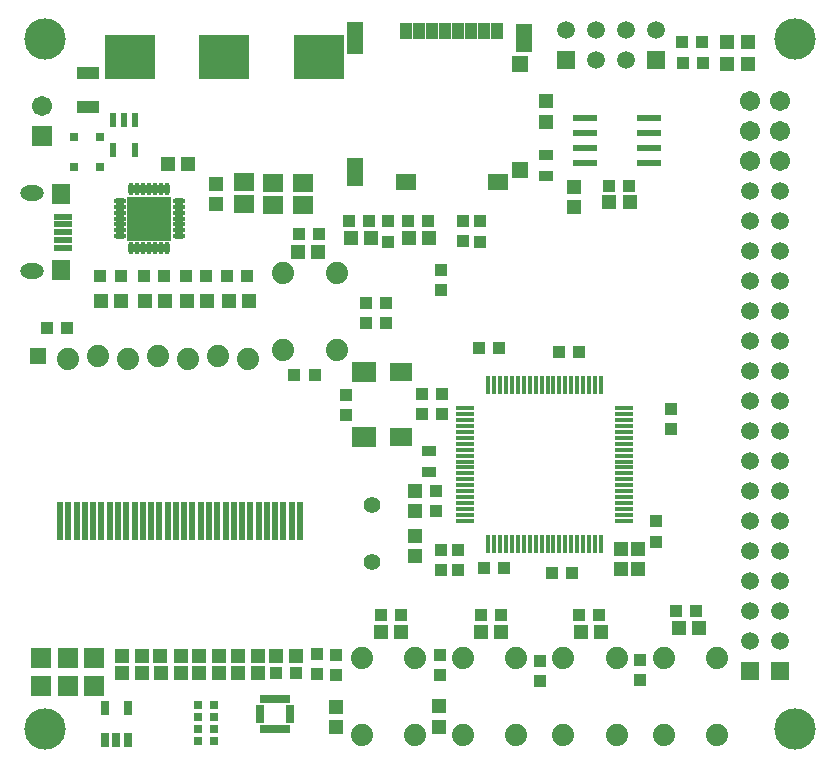
<source format=gbr>
%TF.GenerationSoftware,Novarm,DipTrace,3.2.0.1*%
%TF.CreationDate,2018-11-25T16:17:38-08:00*%
%FSLAX26Y26*%
%MOIN*%
%TF.FileFunction,Soldermask,Top*%
%TF.Part,Single*%
%AMOUTLINE0*
4,1,4,
-0.035433,0.019685,
-0.035433,-0.019685,
0.035433,-0.019685,
0.035433,0.019685,
-0.035433,0.019685,
0*%
%AMOUTLINE1*
4,1,4,
0.026163,0.026163,
0.026205,-0.026121,
-0.026121,-0.026205,
-0.026163,0.026163,
0.026163,0.026163,
0*%
%AMOUTLINE2*
4,1,4,
-0.023622,0.015748,
-0.023622,-0.015748,
0.023622,-0.015748,
0.023622,0.015748,
-0.023622,0.015748,
0*%
%AMOUTLINE3*
4,1,4,
-0.010827,-0.023622,
0.010827,-0.023622,
0.010827,0.023622,
-0.010827,0.023622,
-0.010827,-0.023622,
0*%
%ADD26R,0.03937X0.043307*%
%ADD27R,0.043307X0.03937*%
%ADD33R,0.059055X0.059055*%
%ADD34C,0.059055*%
%ADD45C,0.074*%
%ADD50R,0.062992X0.011811*%
%ADD51R,0.011811X0.062992*%
%ADD62R,0.05937X0.05937*%
%ADD63C,0.05937*%
%ADD64R,0.07874X0.023622*%
%ADD68R,0.074803X0.059055*%
%ADD72C,0.137795*%
%ADD80C,0.056*%
%ADD82R,0.082803X0.067055*%
%ADD90R,0.027685X0.019811*%
%ADD92R,0.019811X0.027685*%
%ADD94R,0.031622X0.051307*%
%ADD96R,0.023748X0.12611*%
%ADD98R,0.145795X0.145795*%
%ADD100O,0.019811X0.041465*%
%ADD102O,0.041465X0.019811*%
%ADD108R,0.068X0.068*%
%ADD112R,0.053669X0.057213*%
%ADD114R,0.053669X0.055244*%
%ADD116R,0.067055X0.053276*%
%ADD118R,0.053276X0.094614*%
%ADD120R,0.053276X0.106425*%
%ADD122R,0.039496X0.056819*%
%ADD124O,0.078866X0.051307*%
%ADD126R,0.063118X0.070992*%
%ADD128R,0.06115X0.023748*%
%ADD130C,0.067055*%
%ADD132R,0.067055X0.067055*%
%ADD134R,0.031622X0.031622*%
%ADD136R,0.067055X0.059181*%
%ADD138R,0.051307X0.04737*%
%ADD140R,0.04737X0.051307*%
%ADD142R,0.16548X0.149732*%
%ADD149OUTLINE0*%
%ADD150OUTLINE1*%
%ADD151OUTLINE2*%
%ADD152OUTLINE3*%
G75*
G01*
%LPD*%
D142*
X1406202Y2734324D3*
X1091242D3*
X776281D3*
D26*
X1796824Y1287450D3*
Y1220521D3*
X1749809Y1543843D3*
Y1610772D3*
X1497617Y1541625D3*
Y1608554D3*
D140*
X1728075Y1221827D3*
Y1288756D3*
D26*
X1815427Y1543843D3*
Y1610772D3*
D140*
X1728075Y1137450D3*
Y1070521D3*
D27*
X2006032Y1762570D3*
X1939103D3*
X1956365Y1031257D3*
X2023294D3*
D26*
X2531200Y1118696D3*
Y1185625D3*
D27*
X2249756Y1012649D3*
X2182827D3*
D26*
X2580971Y1493848D3*
Y1560777D3*
D136*
X1156201Y2318701D3*
Y2243898D3*
D27*
X2206011Y1750071D3*
X2272940D3*
D140*
X1062452Y2310630D3*
Y2243701D3*
D136*
X1252987Y2315448D3*
Y2240645D3*
X1352978Y2315448D3*
Y2240645D3*
D138*
X749316Y737225D3*
X816246D3*
X878080D3*
X945009D3*
X1135607D3*
X1202536D3*
X1264370D3*
X1331299D3*
D140*
X2162265Y2518740D3*
Y2585670D3*
D138*
X816625Y680526D3*
X749696D3*
D26*
X1399950Y676772D3*
Y743701D3*
D27*
X1331299Y680969D3*
X1264370D3*
D26*
X1812302Y2025042D3*
Y1958113D3*
D138*
X1135692Y681201D3*
X1202621D3*
X1007110D3*
X1074040D3*
D134*
X676013Y2468746D3*
X589399D3*
X676013Y2368756D3*
X589399D3*
D149*
X637425Y2568735D3*
Y2678971D3*
D72*
X493701Y493701D3*
X2993701D3*
Y2793701D3*
X493701D3*
D132*
X484316Y2471870D3*
D130*
Y2571870D3*
D128*
X554235Y2201133D3*
Y2175542D3*
Y2149952D3*
Y2124361D3*
Y2098771D3*
D126*
X545377Y2275936D3*
Y2023967D3*
D124*
X448999Y2279873D3*
Y2020030D3*
D122*
X1695110Y2820899D3*
X1738418D3*
X1781725D3*
X1825032D3*
X1868339D3*
X1911646D3*
X1954953D3*
X1998260D3*
D120*
X1528181Y2796109D3*
D118*
Y2350046D3*
D116*
X1697473Y2318550D3*
X2003772D3*
D114*
X2075032Y2357132D3*
D112*
Y2711462D3*
D118*
X2090780Y2796109D3*
D150*
X468701Y1737450D3*
D45*
X568701Y1727450D3*
X668701Y1737450D3*
X768701Y1727450D3*
X868701Y1737450D3*
X968701Y1727450D3*
X1068701Y1737450D3*
X1168701Y1727450D3*
D33*
X2843701Y687450D3*
D34*
Y787450D3*
Y887450D3*
Y987450D3*
Y1087450D3*
Y1187450D3*
Y1287450D3*
Y1387450D3*
Y1487450D3*
Y1587450D3*
Y1687450D3*
Y1787450D3*
Y1887450D3*
Y1987450D3*
Y2087450D3*
Y2187450D3*
Y2287450D3*
D130*
Y2387450D3*
Y2487450D3*
Y2587450D3*
D33*
X2943701Y687450D3*
D34*
Y787450D3*
Y887450D3*
Y987450D3*
Y1087450D3*
Y1187450D3*
Y1287450D3*
Y1387450D3*
Y1487450D3*
Y1587450D3*
Y1687450D3*
Y1787450D3*
Y1887450D3*
Y1987450D3*
Y2087450D3*
Y2187450D3*
Y2287450D3*
D130*
Y2387450D3*
Y2487450D3*
Y2587450D3*
D151*
X1771974Y1350042D3*
Y1420908D3*
X2162265Y2337509D3*
Y2408376D3*
D138*
X2605709Y831201D3*
X2672638D3*
X2278625Y818701D3*
X2345554D3*
X1945293D3*
X2012222D3*
X1611960D3*
X1678889D3*
X1106126Y1921928D3*
X1173055D3*
X965516D3*
X1032445D3*
X1337709Y2083452D3*
X1404638D3*
X824906Y1921928D3*
X891835D3*
X681171D3*
X748100D3*
X1705870Y2131374D3*
X1772799D3*
X1512100D3*
X1579029D3*
X2374743Y2250019D3*
X2441672D3*
X2768208Y2709334D3*
X2835137D3*
X2768208Y2784334D3*
X2835137D3*
D26*
X1631201Y1912452D3*
Y1845523D3*
D27*
X1339378Y2143874D3*
X1406307D3*
X1324853Y1675079D3*
X1391782D3*
X499940Y1831313D3*
X566869D3*
D26*
X1887625Y2118873D3*
Y2185802D3*
D140*
X2468483Y1094076D3*
Y1027147D3*
D27*
X821781Y2003170D3*
X888710D3*
X678046D3*
X744975D3*
D138*
X903929Y2375912D3*
X970858D3*
D27*
X1099877Y2003170D3*
X1166806D3*
D140*
X2412239Y1093890D3*
Y1026961D3*
D26*
X1562452Y1912452D3*
Y1845523D3*
D27*
X962391Y2003170D3*
X1029320D3*
X2662452Y887449D3*
X2595523D3*
X2339488Y874949D3*
X2272559D3*
X2012450Y874950D3*
X1945521D3*
X1681066Y874949D3*
X1614137D3*
X1701771Y2187452D3*
X1768700D3*
D26*
X1637450Y2118701D3*
Y2185630D3*
D27*
X1506198Y2187452D3*
X1573128D3*
D26*
X1943538Y2118782D3*
Y2185711D3*
D27*
X2372525Y2304045D3*
X2439454D3*
D26*
X1464774Y739696D3*
Y672767D3*
D138*
X1073772Y737225D3*
X1006843D3*
D26*
X1808559Y739696D3*
Y672767D3*
X2141673Y720944D3*
Y654015D3*
X2475170Y724983D3*
Y658054D3*
X1871067Y1089463D3*
Y1022534D3*
X1814811Y1089463D3*
Y1022534D3*
D27*
X2618467Y2712470D3*
X2685397D3*
X2616250Y2785244D3*
X2683179D3*
D138*
X878530Y681201D3*
X945460D3*
D140*
X2256201Y2233023D3*
Y2299952D3*
X1462339Y567131D3*
Y500202D3*
X1806053Y568945D3*
Y502016D3*
D45*
X1287450Y1756201D3*
Y2012201D3*
X1465450Y1756201D3*
Y2012201D3*
X2556201Y474950D3*
Y730950D3*
X2734201Y474950D3*
Y730950D3*
X2220784Y474950D3*
Y730950D3*
X2398784Y474950D3*
Y730950D3*
X1885368Y474950D3*
Y730950D3*
X2063368Y474950D3*
Y730950D3*
X1549950Y474950D3*
Y730950D3*
X1727950Y474950D3*
Y730950D3*
D108*
X481192Y731428D3*
X568698Y731201D3*
X656173Y731428D3*
X481192Y637688D3*
X568683D3*
X656173D3*
D50*
X1894685Y1562450D3*
Y1542765D3*
Y1523080D3*
Y1503395D3*
Y1483710D3*
Y1464025D3*
Y1444340D3*
Y1424655D3*
Y1404970D3*
Y1385285D3*
Y1365600D3*
Y1345915D3*
Y1326230D3*
Y1306545D3*
Y1286860D3*
Y1267175D3*
Y1247490D3*
Y1227805D3*
Y1208120D3*
Y1188435D3*
D51*
X1971457Y1111663D3*
X1991142D3*
X2010827D3*
X2030512D3*
X2050197D3*
X2069882D3*
X2089567D3*
X2109252D3*
X2128937D3*
X2148622D3*
X2168307D3*
X2187992D3*
X2207677D3*
X2227362D3*
X2247047D3*
X2266732D3*
X2286418D3*
X2306103D3*
X2325788D3*
X2345473D3*
D50*
X2422244Y1188435D3*
Y1208120D3*
Y1227805D3*
Y1247490D3*
Y1267175D3*
Y1286860D3*
Y1306545D3*
Y1326230D3*
Y1345915D3*
Y1365600D3*
Y1385285D3*
Y1404970D3*
Y1424655D3*
Y1444340D3*
Y1464025D3*
Y1483710D3*
Y1503395D3*
Y1523080D3*
Y1542765D3*
Y1562450D3*
D51*
X2345473Y1639222D3*
X2325788D3*
X2306103D3*
X2286418D3*
X2266732D3*
X2247047D3*
X2227362D3*
X2207677D3*
X2187992D3*
X2168307D3*
X2148622D3*
X2128937D3*
X2109252D3*
X2089567D3*
X2069882D3*
X2050197D3*
X2030512D3*
X2010827D3*
X1991142D3*
X1971457D3*
D152*
X793701Y2524949D3*
X756299D3*
X718898D3*
Y2422579D3*
X793701D3*
D102*
X741831Y2254307D3*
Y2234622D3*
Y2214937D3*
Y2195252D3*
Y2175567D3*
Y2155882D3*
Y2136197D3*
D100*
X781201Y2096827D3*
X800886D3*
X820571D3*
X840256D3*
X859941D3*
X879626D3*
X899311D3*
D102*
X938681Y2136197D3*
Y2155882D3*
Y2175567D3*
Y2195252D3*
Y2214937D3*
Y2234622D3*
Y2254307D3*
D100*
X899311Y2293677D3*
X879626D3*
X859941D3*
X840256D3*
X820571D3*
X800886D3*
X781201D3*
D98*
X840256Y2195252D3*
D96*
X543701Y1187454D3*
X571260D3*
X598819D3*
X626378D3*
X653937D3*
X681496D3*
X709055D3*
X736614D3*
X764173D3*
X791732D3*
X819292D3*
X846851D3*
X874410D3*
X901969D3*
X929528D3*
X957087D3*
X984646D3*
X1012205D3*
X1039764D3*
X1067323D3*
X1094882D3*
X1122441D3*
X1150000D3*
X1177559D3*
X1205118D3*
X1232677D3*
X1260236D3*
X1287795D3*
X1315355D3*
X1342914D3*
D94*
X693670Y456457D3*
X731071D3*
X768473D3*
Y562756D3*
X693670D3*
D92*
X1299950Y593701D3*
X1280265D3*
X1260580D3*
X1240895D3*
X1221210D3*
D90*
X1211368Y564173D3*
Y544488D3*
Y524803D3*
D92*
X1240895Y495276D3*
X1260580D3*
X1280265D3*
X1299950D3*
D90*
X1309793Y524803D3*
Y544488D3*
Y564173D3*
D92*
X1221210Y495276D3*
D62*
X2530977Y2724969D3*
D63*
Y2824969D3*
X2430977Y2724969D3*
Y2824969D3*
X2330977Y2724969D3*
Y2824969D3*
D62*
X2230977Y2724969D3*
D63*
Y2824969D3*
D64*
X2293502Y2531239D3*
Y2481239D3*
Y2431239D3*
Y2381239D3*
X2506100D3*
Y2431239D3*
Y2481239D3*
Y2531239D3*
D134*
X1002314Y453078D3*
X1057432D3*
Y492841D3*
X1002314D3*
Y532605D3*
X1057432D3*
Y572369D3*
X1002314D3*
D68*
X1681066Y1465726D3*
Y1682261D3*
D82*
X1555082D3*
Y1465726D3*
D80*
X1584326Y1049954D3*
Y1239954D3*
M02*

</source>
